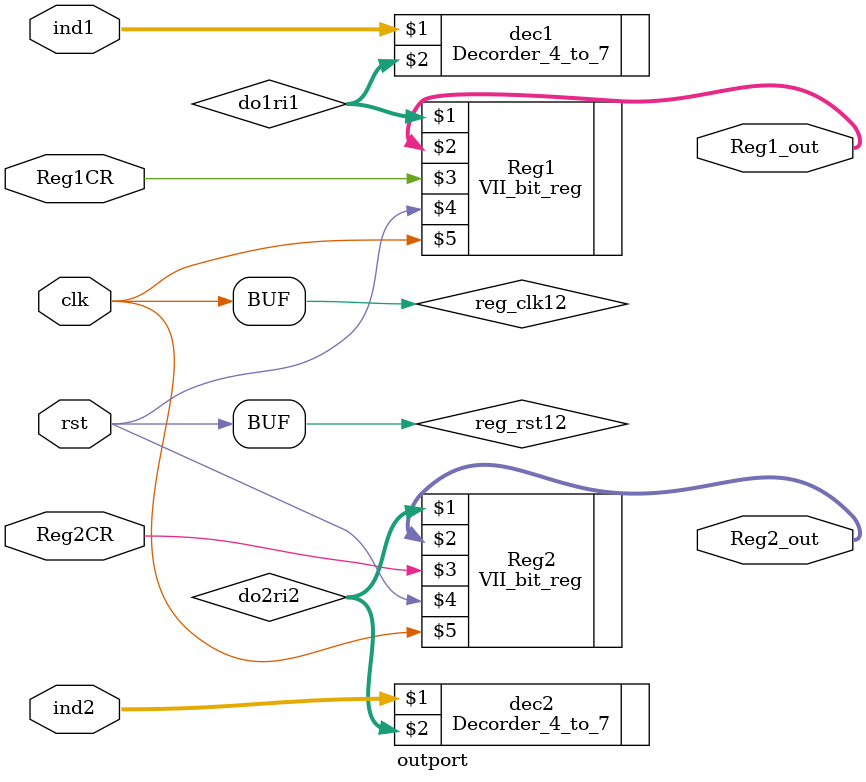
<source format=v>
`timescale 1ns / 1ps
module outport(
    input [3:0] ind1,
    input [3:0] ind2,
    input Reg1CR,
    input Reg2CR,
    input clk,
    input rst,
    output [6:0] Reg1_out,
    output [6:0] Reg2_out
    );
	 wire reg_rst12,reg_clk12;

	 wire [6:0] do1ri1, do2ri2;
	 
	VII_bit_reg Reg1(do1ri1,Reg1_out,Reg1CR,reg_rst12,reg_clk12);


	VII_bit_reg Reg2(do2ri2,Reg2_out,Reg2CR,reg_rst12,reg_clk12);


	Decorder_4_to_7 dec1 (ind1, do1ri1);


	Decorder_4_to_7 dec2 (ind2, do2ri2);

	
assign reg_clk12 = clk;

	
assign reg_rst12 = rst;

endmodule

</source>
